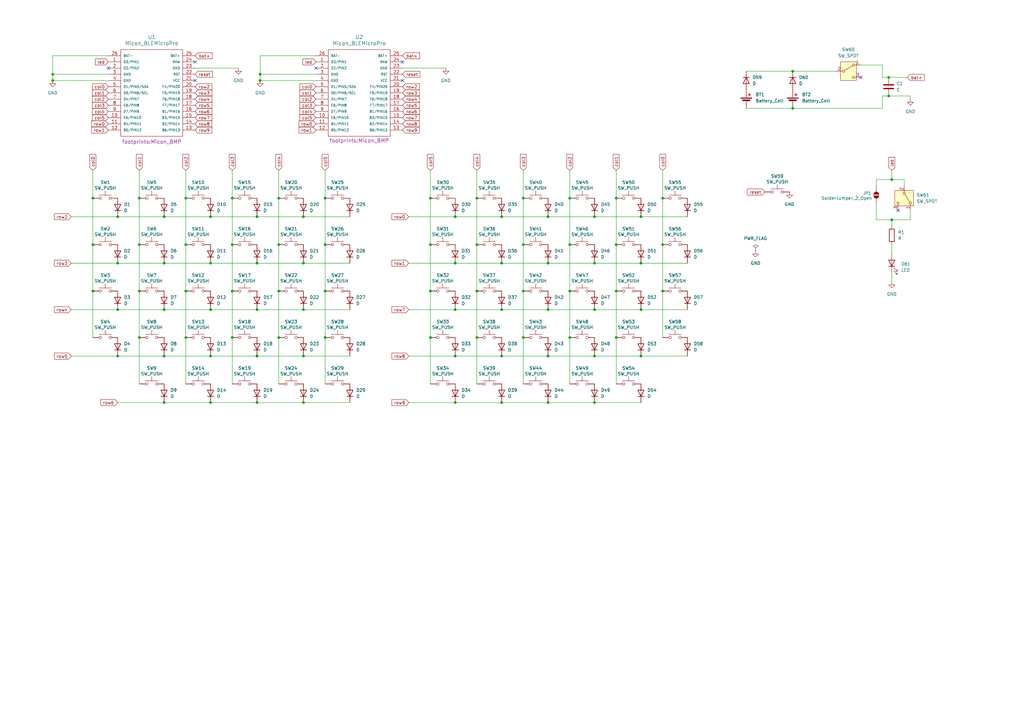
<source format=kicad_sch>
(kicad_sch (version 20250114) (generator "eeschema") (generator_version "9.0")
  (paper "A3")
  (lib_symbols
    (symbol "Battery_Cell_1" (pin_numbers (hide yes)) (pin_names (offset 0) (hide yes))
      (property "Reference" "BT" (at 2.54 2.54 0))
      (property "Value" "Battery_Cell" (at 2.54 0 0))
      (symbol "Battery_Cell_1_1_1"
        (pin passive line (at 0 5.08 270) (length 2.54) (name "+") (number "1"))
        (pin passive line (at 0 -2.54 90) (length 2.54) (name "-") (number "2"))
      )
    )
    (symbol "D_1" (pin_numbers (hide yes)) (pin_names (offset 1.016) (hide yes))
      (property "Reference" "D" (at 0 2.54 0))
      (property "Value" "D" (at 0 -2.54 0))
      (symbol "D_1_1_1"
        (pin passive line (at -3.81 0 0) (length 2.54) (name "K") (number "1"))
        (pin passive line (at 3.81 0 180) (length 2.54) (name "A") (number "2"))
      )
    )
    (symbol "Device:C" (pin_numbers (hide yes)) (pin_names (offset 0.254))
      (property "Reference" "C" (at 0.635 2.54 0))
      (property "Value" "C" (at 0.635 -2.54 0))
      (symbol "C_1_1"
        (pin passive line (at 0 3.81 270) (length 2.794) (name "~") (number "1"))
        (pin passive line (at 0 -3.81 90) (length 2.794) (name "~") (number "2"))
      )
    )
    (symbol "Device:LED" (pin_numbers (hide yes)) (pin_names (offset 1.016) (hide yes))
      (property "Reference" "D" (at 0 2.54 0))
      (property "Value" "LED" (at 0 -2.54 0))
      (symbol "LED_1_1"
        (pin passive line (at -3.81 0 0) (length 2.54) (name "K") (number "1"))
        (pin passive line (at 3.81 0 180) (length 2.54) (name "A") (number "2"))
      )
    )
    (symbol "Device:R" (pin_numbers (hide yes)) (pin_names (offset 0))
      (property "Reference" "R" (at 2.032 0 90))
      (property "Value" "R" (at 0 0 90))
      (symbol "R_1_1"
        (pin passive line (at 0 3.81 270) (length 1.27) (name "~") (number "1"))
        (pin passive line (at 0 -3.81 90) (length 1.27) (name "~") (number "2"))
      )
    )
    (symbol "GND_2" (power) (pin_numbers (hide yes)) (pin_names (offset 0) (hide yes))
      (property "Value" "GND" (at 0 -3.81 0))
      (symbol "GND_2_1_1"
        (pin power_in line (at 0 0 270) (length 0) (name "~") (number "1"))
      )
    )
    (symbol "Jumper:SolderJumper_2_Open" (pin_numbers (hide yes)) (pin_names (offset 0) (hide yes)) (in_bom no)
      (property "Reference" "JP" (at 0 2.032 0))
      (property "Value" "SolderJumper_2_Open" (at 0 -2.54 0))
      (symbol "SolderJumper_2_Open_1_1"
        (pin passive line (at -3.81 0 0) (length 2.54) (name "A") (number "1"))
        (pin passive line (at 3.81 0 180) (length 2.54) (name "B") (number "2"))
      )
    )
    (symbol "Micon_BLEMicroPro_1" (pin_names (offset 1.016))
      (property "Reference" "U" (at 0 26.67 0))
      (property "Value" "Micon_BLEMicroPro" (at 0 -13.97 0))
      (symbol "Micon_BLEMicroPro_1_1_1"
        (pin input line (at -17.78 21.59 0) (length 5.08) (name "BAT-") (number "26"))
        (pin bidirectional line (at -17.78 19.05 0) (length 5.08) (name "D3/PIN1") (number "1"))
        (pin bidirectional line (at -17.78 16.51 0) (length 5.08) (name "D2/PIN2") (number "2"))
        (pin power_in line (at -17.78 13.97 0) (length 5.08) (name "GND") (number "3"))
        (pin power_in line (at -17.78 11.43 0) (length 5.08) (name "GND") (number "4"))
        (pin bidirectional line (at -17.78 8.89 0) (length 5.08) (name "D1/PIN5/SDA") (number "5"))
        (pin bidirectional line (at -17.78 6.35 0) (length 5.08) (name "D0/PIN6/SCL") (number "6"))
        (pin bidirectional line (at -17.78 3.81 0) (length 5.08) (name "D4/PIN7") (number "7"))
        (pin bidirectional line (at -17.78 1.27 0) (length 5.08) (name "C6/PIN8") (number "8"))
        (pin bidirectional line (at -17.78 -1.27 0) (length 5.08) (name "D7/PIN9") (number "9"))
        (pin bidirectional line (at -17.78 -3.81 0) (length 5.08) (name "E6/PIN10") (number "10"))
        (pin bidirectional line (at -17.78 -6.35 0) (length 5.08) (name "B4/PIN11") (number "11"))
        (pin bidirectional line (at -17.78 -8.89 0) (length 5.08) (name "B5/PIN12") (number "12"))
        (pin input line (at 17.78 21.59 180) (length 5.08) (name "BAT+") (number "25"))
        (pin power_out line (at 17.78 19.05 180) (length 5.08) (name "RAW") (number "24"))
        (pin power_in line (at 17.78 16.51 180) (length 5.08) (name "GND") (number "23"))
        (pin input line (at 17.78 13.97 180) (length 5.08) (name "RST") (number "22"))
        (pin power_in line (at 17.78 11.43 180) (length 5.08) (name "VCC") (number "21"))
        (pin bidirectional line (at 17.78 8.89 180) (length 5.08) (name "F4/PIN20") (number "20"))
        (pin bidirectional line (at 17.78 6.35 180) (length 5.08) (name "F5/PIN19") (number "19"))
        (pin bidirectional line (at 17.78 3.81 180) (length 5.08) (name "F6/PIN18") (number "18"))
        (pin bidirectional line (at 17.78 1.27 180) (length 5.08) (name "F7/PIN17") (number "17"))
        (pin bidirectional line (at 17.78 -1.27 180) (length 5.08) (name "B1/PIN16") (number "16"))
        (pin bidirectional line (at 17.78 -3.81 180) (length 5.08) (name "B3/PIN15") (number "15"))
        (pin bidirectional line (at 17.78 -6.35 180) (length 5.08) (name "B2/PIN14") (number "14"))
        (pin bidirectional line (at 17.78 -8.89 180) (length 5.08) (name "B6/PIN13") (number "13"))
      )
    )
    (symbol "PWR_FLAG_1" (power) (pin_numbers (hide yes)) (pin_names (offset 0) (hide yes))
      (property "Value" "PWR_FLAG" (at 0 3.81 0))
      (symbol "PWR_FLAG_1_0_0"
        (pin power_out line (at 0 0 90) (length 0) (name "~") (number "1"))
      )
    )
    (symbol "SW_SPDT_1" (pin_names (offset 0) (hide yes))
      (property "Reference" "SW" (at 0 5.08 0))
      (property "Value" "SW_SPDT" (at 0 -5.08 0))
      (symbol "SW_SPDT_1_1_1"
        (pin passive line (at -5.08 0 0) (length 2.54) (name "B") (number "2"))
        (pin passive line (at 5.08 2.54 180) (length 2.54) (name "A") (number "1"))
        (pin passive line (at 5.08 -2.54 180) (length 2.54) (name "C") (number "3"))
      )
    )
    (symbol "Switch:SW_Push" (pin_numbers (hide yes)) (pin_names (offset 1.016) (hide yes))
      (property "Reference" "SW" (at 1.27 2.54 0))
      (property "Value" "SW_Push" (at 0 -1.524 0))
      (symbol "SW_Push_0_1"
        (pin passive line (at -5.08 0 0) (length 2.54) (name "1") (number "1"))
        (pin passive line (at 5.08 0 180) (length 2.54) (name "2") (number "2"))
      )
    )
  )
  (junction (at 76.2 119.38))
  (junction (at 271.78 119.38))
  (junction (at 243.84 88.9))
  (junction (at 105.41 107.95))
  (junction (at 195.58 119.38))
  (junction (at 105.41 165.1))
  (junction (at 86.36 107.95))
  (junction (at 214.63 100.33))
  (junction (at 186.69 107.95))
  (junction (at 233.68 81.28))
  (junction (at 57.15 100.33))
  (junction (at 106.68 30.48))
  (junction (at 186.69 165.1))
  (junction (at 233.68 100.33))
  (junction (at 195.58 138.43))
  (junction (at 86.36 88.9))
  (junction (at 67.31 127))
  (junction (at 86.36 165.1))
  (junction (at 38.1 119.38))
  (junction (at 205.74 107.95))
  (junction (at 57.15 138.43))
  (junction (at 176.53 100.33))
  (junction (at 86.36 127))
  (junction (at 252.73 138.43))
  (junction (at 114.3 119.38))
  (junction (at 365.76 73.66))
  (junction (at 105.41 146.05))
  (junction (at 262.89 88.9))
  (junction (at 271.78 100.33))
  (junction (at 114.3 138.43))
  (junction (at 95.25 119.38))
  (junction (at 233.68 138.43))
  (junction (at 106.68 33.02))
  (junction (at 133.35 138.43))
  (junction (at 95.25 81.28))
  (junction (at 365.76 90.17))
  (junction (at 38.1 100.33))
  (junction (at 124.46 146.05))
  (junction (at 243.84 127))
  (junction (at 76.2 138.43))
  (junction (at 67.31 107.95))
  (junction (at 176.53 119.38))
  (junction (at 133.35 81.28))
  (junction (at 364.49 39.37))
  (junction (at 214.63 138.43))
  (junction (at 262.89 107.95))
  (junction (at 48.26 107.95))
  (junction (at 114.3 100.33))
  (junction (at 95.25 138.43))
  (junction (at 252.73 81.28))
  (junction (at 262.89 146.05))
  (junction (at 76.2 81.28))
  (junction (at 233.68 119.38))
  (junction (at 224.79 88.9))
  (junction (at 205.74 165.1))
  (junction (at 214.63 119.38))
  (junction (at 214.63 81.28))
  (junction (at 67.31 146.05))
  (junction (at 38.1 81.28))
  (junction (at 243.84 107.95))
  (junction (at 262.89 127))
  (junction (at 21.59 30.48))
  (junction (at 325.12 44.45))
  (junction (at 114.3 81.28))
  (junction (at 252.73 100.33))
  (junction (at 205.74 88.9))
  (junction (at 67.31 88.9))
  (junction (at 252.73 119.38))
  (junction (at 105.41 127))
  (junction (at 124.46 107.95))
  (junction (at 205.74 146.05))
  (junction (at 48.26 146.05))
  (junction (at 195.58 100.33))
  (junction (at 224.79 107.95))
  (junction (at 95.25 100.33))
  (junction (at 21.59 33.02))
  (junction (at 186.69 88.9))
  (junction (at 176.53 81.28))
  (junction (at 195.58 81.28))
  (junction (at 224.79 165.1))
  (junction (at 57.15 81.28))
  (junction (at 133.35 100.33))
  (junction (at 243.84 146.05))
  (junction (at 57.15 119.38))
  (junction (at 224.79 146.05))
  (junction (at 124.46 127))
  (junction (at 48.26 88.9))
  (junction (at 76.2 100.33))
  (junction (at 176.53 138.43))
  (junction (at 325.12 29.21))
  (junction (at 186.69 127))
  (junction (at 205.74 127))
  (junction (at 364.49 31.75))
  (junction (at 224.79 127))
  (junction (at 186.69 146.05))
  (junction (at 133.35 119.38))
  (junction (at 48.26 127))
  (junction (at 271.78 81.28))
  (junction (at 124.46 165.1))
  (junction (at 124.46 88.9))
  (junction (at 105.41 88.9))
  (junction (at 67.31 165.1))
  (junction (at 86.36 146.05))
  (junction (at 243.84 165.1))
  (no_connect (at 353.06 31.75))
  (no_connect (at 80.01 33.02))
  (no_connect (at 165.1 25.4))
  (no_connect (at 368.3 86.36))
  (no_connect (at 165.1 33.02))
  (no_connect (at 44.45 27.94))
  (no_connect (at 80.01 25.4))
  (no_connect (at 129.54 27.94))
  (wire (pts (xy 21.59 30.48) (xy 21.59 33.02)))
  (wire (pts (xy 48.26 165.1) (xy 67.31 165.1)))
  (wire (pts (xy 365.76 100.33) (xy 365.76 104.14)))
  (wire (pts (xy 233.68 119.38) (xy 233.68 138.43)))
  (wire (pts (xy 224.79 127) (xy 243.84 127)))
  (wire (pts (xy 167.64 165.1) (xy 186.69 165.1)))
  (wire (pts (xy 252.73 119.38) (xy 252.73 138.43)))
  (wire (pts (xy 167.64 88.9) (xy 186.69 88.9)))
  (wire (pts (xy 262.89 127) (xy 281.94 127)))
  (wire (pts (xy 29.21 88.9) (xy 48.26 88.9)))
  (wire (pts (xy 114.3 81.28) (xy 114.3 100.33)))
  (wire (pts (xy 76.2 69.85) (xy 76.2 81.28)))
  (wire (pts (xy 21.59 22.86) (xy 21.59 30.48)))
  (wire (pts (xy 365.76 90.17) (xy 359.41 90.17)))
  (wire (pts (xy 48.26 146.05) (xy 67.31 146.05)))
  (wire (pts (xy 29.21 107.95) (xy 48.26 107.95)))
  (wire (pts (xy 167.64 146.05) (xy 186.69 146.05)))
  (wire (pts (xy 195.58 138.43) (xy 195.58 157.48)))
  (wire (pts (xy 243.84 146.05) (xy 262.89 146.05)))
  (wire (pts (xy 38.1 100.33) (xy 38.1 119.38)))
  (wire (pts (xy 57.15 100.33) (xy 57.15 119.38)))
  (wire (pts (xy 205.74 127) (xy 224.79 127)))
  (wire (pts (xy 176.53 138.43) (xy 176.53 157.48)))
  (wire (pts (xy 271.78 81.28) (xy 271.78 100.33)))
  (wire (pts (xy 176.53 81.28) (xy 176.53 100.33)))
  (wire (pts (xy 167.64 107.95) (xy 186.69 107.95)))
  (wire (pts (xy 252.73 100.33) (xy 252.73 119.38)))
  (wire (pts (xy 233.68 100.33) (xy 233.68 119.38)))
  (wire (pts (xy 124.46 107.95) (xy 143.51 107.95)))
  (wire (pts (xy 95.25 69.85) (xy 95.25 81.28)))
  (wire (pts (xy 186.69 88.9) (xy 205.74 88.9)))
  (wire (pts (xy 67.31 165.1) (xy 86.36 165.1)))
  (wire (pts (xy 262.89 107.95) (xy 281.94 107.95)))
  (wire (pts (xy 29.21 127) (xy 48.26 127)))
  (wire (pts (xy 205.74 88.9) (xy 224.79 88.9)))
  (wire (pts (xy 252.73 81.28) (xy 252.73 100.33)))
  (wire (pts (xy 48.26 88.9) (xy 67.31 88.9)))
  (wire (pts (xy 361.95 31.75) (xy 364.49 31.75)))
  (wire (pts (xy 114.3 69.85) (xy 114.3 81.28)))
  (wire (pts (xy 105.41 107.95) (xy 124.46 107.95)))
  (wire (pts (xy 243.84 127) (xy 262.89 127)))
  (wire (pts (xy 133.35 119.38) (xy 133.35 138.43)))
  (wire (pts (xy 86.36 88.9) (xy 105.41 88.9)))
  (wire (pts (xy 95.25 100.33) (xy 95.25 119.38)))
  (wire (pts (xy 133.35 138.43) (xy 133.35 157.48)))
  (wire (pts (xy 214.63 119.38) (xy 214.63 138.43)))
  (wire (pts (xy 21.59 33.02) (xy 44.45 33.02)))
  (wire (pts (xy 205.74 146.05) (xy 224.79 146.05)))
  (wire (pts (xy 176.53 69.85) (xy 176.53 81.28)))
  (wire (pts (xy 133.35 81.28) (xy 133.35 100.33)))
  (wire (pts (xy 306.07 29.21) (xy 325.12 29.21)))
  (wire (pts (xy 124.46 165.1) (xy 143.51 165.1)))
  (wire (pts (xy 129.54 33.02) (xy 106.68 33.02)))
  (wire (pts (xy 57.15 69.85) (xy 57.15 81.28)))
  (wire (pts (xy 361.95 44.45) (xy 361.95 39.37)))
  (wire (pts (xy 205.74 107.95) (xy 224.79 107.95)))
  (wire (pts (xy 186.69 107.95) (xy 205.74 107.95)))
  (wire (pts (xy 233.68 69.85) (xy 233.68 81.28)))
  (wire (pts (xy 106.68 22.86) (xy 106.68 30.48)))
  (wire (pts (xy 262.89 88.9) (xy 281.94 88.9)))
  (wire (pts (xy 129.54 30.48) (xy 106.68 30.48)))
  (wire (pts (xy 95.25 138.43) (xy 95.25 157.48)))
  (wire (pts (xy 353.06 26.67) (xy 361.95 26.67)))
  (wire (pts (xy 224.79 165.1) (xy 243.84 165.1)))
  (wire (pts (xy 205.74 165.1) (xy 224.79 165.1)))
  (wire (pts (xy 370.84 73.66) (xy 370.84 76.2)))
  (wire (pts (xy 97.79 27.94) (xy 80.01 27.94)))
  (wire (pts (xy 224.79 146.05) (xy 243.84 146.05)))
  (wire (pts (xy 95.25 81.28) (xy 95.25 100.33)))
  (wire (pts (xy 361.95 39.37) (xy 364.49 39.37)))
  (wire (pts (xy 38.1 69.85) (xy 38.1 81.28)))
  (wire (pts (xy 114.3 100.33) (xy 114.3 119.38)))
  (wire (pts (xy 195.58 81.28) (xy 195.58 100.33)))
  (wire (pts (xy 38.1 119.38) (xy 38.1 138.43)))
  (wire (pts (xy 373.38 39.37) (xy 373.38 40.64)))
  (wire (pts (xy 365.76 90.17) (xy 365.76 92.71)))
  (wire (pts (xy 224.79 88.9) (xy 243.84 88.9)))
  (wire (pts (xy 129.54 22.86) (xy 106.68 22.86)))
  (wire (pts (xy 252.73 138.43) (xy 252.73 157.48)))
  (wire (pts (xy 48.26 127) (xy 67.31 127)))
  (wire (pts (xy 214.63 100.33) (xy 214.63 119.38)))
  (wire (pts (xy 182.88 27.94) (xy 165.1 27.94)))
  (wire (pts (xy 133.35 100.33) (xy 133.35 119.38)))
  (wire (pts (xy 233.68 81.28) (xy 233.68 100.33)))
  (wire (pts (xy 29.21 146.05) (xy 48.26 146.05)))
  (wire (pts (xy 57.15 81.28) (xy 57.15 100.33)))
  (wire (pts (xy 186.69 146.05) (xy 205.74 146.05)))
  (wire (pts (xy 243.84 88.9) (xy 262.89 88.9)))
  (wire (pts (xy 359.41 73.66) (xy 359.41 76.2)))
  (wire (pts (xy 252.73 69.85) (xy 252.73 81.28)))
  (wire (pts (xy 105.41 127) (xy 124.46 127)))
  (wire (pts (xy 86.36 146.05) (xy 105.41 146.05)))
  (wire (pts (xy 195.58 69.85) (xy 195.58 81.28)))
  (wire (pts (xy 133.35 69.85) (xy 133.35 81.28)))
  (wire (pts (xy 364.49 39.37) (xy 373.38 39.37)))
  (wire (pts (xy 167.64 127) (xy 186.69 127)))
  (wire (pts (xy 365.76 111.76) (xy 365.76 115.57)))
  (wire (pts (xy 361.95 26.67) (xy 361.95 31.75)))
  (wire (pts (xy 38.1 81.28) (xy 38.1 100.33)))
  (wire (pts (xy 365.76 69.85) (xy 365.76 73.66)))
  (wire (pts (xy 176.53 100.33) (xy 176.53 119.38)))
  (wire (pts (xy 48.26 107.95) (xy 67.31 107.95)))
  (wire (pts (xy 44.45 22.86) (xy 21.59 22.86)))
  (wire (pts (xy 57.15 119.38) (xy 57.15 138.43)))
  (wire (pts (xy 365.76 73.66) (xy 370.84 73.66)))
  (wire (pts (xy 67.31 88.9) (xy 86.36 88.9)))
  (wire (pts (xy 86.36 107.95) (xy 105.41 107.95)))
  (wire (pts (xy 233.68 138.43) (xy 233.68 157.48)))
  (wire (pts (xy 57.15 138.43) (xy 57.15 157.48)))
  (wire (pts (xy 325.12 44.45) (xy 361.95 44.45)))
  (wire (pts (xy 105.41 88.9) (xy 124.46 88.9)))
  (wire (pts (xy 124.46 127) (xy 143.51 127)))
  (wire (pts (xy 114.3 119.38) (xy 114.3 138.43)))
  (wire (pts (xy 271.78 69.85) (xy 271.78 81.28)))
  (wire (pts (xy 243.84 165.1) (xy 262.89 165.1)))
  (wire (pts (xy 105.41 146.05) (xy 124.46 146.05)))
  (wire (pts (xy 76.2 119.38) (xy 76.2 138.43)))
  (wire (pts (xy 195.58 119.38) (xy 195.58 138.43)))
  (wire (pts (xy 76.2 138.43) (xy 76.2 157.48)))
  (wire (pts (xy 114.3 138.43) (xy 114.3 157.48)))
  (wire (pts (xy 214.63 69.85) (xy 214.63 81.28)))
  (wire (pts (xy 105.41 165.1) (xy 124.46 165.1)))
  (wire (pts (xy 214.63 81.28) (xy 214.63 100.33)))
  (wire (pts (xy 262.89 146.05) (xy 281.94 146.05)))
  (wire (pts (xy 67.31 107.95) (xy 86.36 107.95)))
  (wire (pts (xy 67.31 146.05) (xy 86.36 146.05)))
  (wire (pts (xy 186.69 165.1) (xy 205.74 165.1)))
  (wire (pts (xy 243.84 107.95) (xy 262.89 107.95)))
  (wire (pts (xy 124.46 146.05) (xy 143.51 146.05)))
  (wire (pts (xy 76.2 100.33) (xy 76.2 119.38)))
  (wire (pts (xy 364.49 31.75) (xy 372.11 31.75)))
  (wire (pts (xy 195.58 100.33) (xy 195.58 119.38)))
  (wire (pts (xy 373.38 90.17) (xy 365.76 90.17)))
  (wire (pts (xy 224.79 107.95) (xy 243.84 107.95)))
  (wire (pts (xy 359.41 83.82) (xy 359.41 90.17)))
  (wire (pts (xy 76.2 81.28) (xy 76.2 100.33)))
  (wire (pts (xy 186.69 127) (xy 205.74 127)))
  (wire (pts (xy 306.07 44.45) (xy 325.12 44.45)))
  (wire (pts (xy 325.12 29.21) (xy 342.9 29.21)))
  (wire (pts (xy 214.63 138.43) (xy 214.63 157.48)))
  (wire (pts (xy 359.41 73.66) (xy 365.76 73.66)))
  (wire (pts (xy 176.53 119.38) (xy 176.53 138.43)))
  (wire (pts (xy 44.45 30.48) (xy 21.59 30.48)))
  (wire (pts (xy 271.78 100.33) (xy 271.78 119.38)))
  (wire (pts (xy 86.36 127) (xy 105.41 127)))
  (wire (pts (xy 106.68 30.48) (xy 106.68 33.02)))
  (wire (pts (xy 124.46 88.9) (xy 143.51 88.9)))
  (wire (pts (xy 86.36 165.1) (xy 105.41 165.1)))
  (wire (pts (xy 271.78 119.38) (xy 271.78 138.43)))
  (wire (pts (xy 67.31 127) (xy 86.36 127)))
  (wire (pts (xy 95.25 119.38) (xy 95.25 138.43)))
  (wire (pts (xy 373.38 86.36) (xy 373.38 90.17)))
  (global_label "row3" (shape input) (at 165.1 38.1 0) (property "Intersheetrefs" "${INTERSHEET_REFS}" (effects (hide yes))))
  (global_label "col3" (shape input) (at 44.45 43.18 180) (property "Intersheetrefs" "${INTERSHEET_REFS}" (effects (hide yes))))
  (global_label "row5" (shape input) (at 165.1 43.18 0) (property "Intersheetrefs" "${INTERSHEET_REFS}" (effects (hide yes))))
  (global_label "row9" (shape input) (at 80.01 53.34 0) (property "Intersheetrefs" "${INTERSHEET_REFS}" (effects (hide yes))))
  (global_label "col4" (shape input) (at 129.54 45.72 180) (property "Intersheetrefs" "${INTERSHEET_REFS}" (effects (hide yes))))
  (global_label "col1" (shape input) (at 129.54 38.1 180) (property "Intersheetrefs" "${INTERSHEET_REFS}" (effects (hide yes))))
  (global_label "row5" (shape input) (at 80.01 43.18 0) (property "Intersheetrefs" "${INTERSHEET_REFS}" (effects (hide yes))))
  (global_label "col2" (shape input) (at 129.54 40.64 180) (property "Intersheetrefs" "${INTERSHEET_REFS}" (effects (hide yes))))
  (global_label "col3" (shape input) (at 95.25 69.85 90) (property "Intersheetrefs" "${INTERSHEET_REFS}" (effects (hide yes))))
  (global_label "col1" (shape input) (at 252.73 69.85 90) (property "Intersheetrefs" "${INTERSHEET_REFS}" (effects (hide yes))))
  (global_label "row9" (shape input) (at 167.64 165.1 180) (property "Intersheetrefs" "${INTERSHEET_REFS}" (effects (hide yes))))
  (global_label "col4" (shape input) (at 44.45 45.72 180) (property "Intersheetrefs" "${INTERSHEET_REFS}" (effects (hide yes))))
  (global_label "row7" (shape input) (at 165.1 48.26 0) (property "Intersheetrefs" "${INTERSHEET_REFS}" (effects (hide yes))))
  (global_label "row1" (shape input) (at 167.64 107.95 180) (property "Intersheetrefs" "${INTERSHEET_REFS}" (effects (hide yes))))
  (global_label "bat+" (shape input) (at 372.11 31.75 0) (property "Intersheetrefs" "${INTERSHEET_REFS}" (effects (hide yes))))
  (global_label "reset" (shape input) (at 313.69 78.74 180) (property "Intersheetrefs" "${INTERSHEET_REFS}" (effects (hide yes))))
  (global_label "row8" (shape input) (at 80.01 50.8 0) (property "Intersheetrefs" "${INTERSHEET_REFS}" (effects (hide yes))))
  (global_label "col4" (shape input) (at 114.3 69.85 90) (property "Intersheetrefs" "${INTERSHEET_REFS}" (effects (hide yes))))
  (global_label "row9" (shape input) (at 165.1 53.34 0) (property "Intersheetrefs" "${INTERSHEET_REFS}" (effects (hide yes))))
  (global_label "row6" (shape input) (at 165.1 45.72 0) (property "Intersheetrefs" "${INTERSHEET_REFS}" (effects (hide yes))))
  (global_label "row2" (shape input) (at 29.21 88.9 180) (property "Intersheetrefs" "${INTERSHEET_REFS}" (effects (hide yes))))
  (global_label "row1" (shape input) (at 44.45 53.34 180) (property "Intersheetrefs" "${INTERSHEET_REFS}" (effects (hide yes))))
  (global_label "row4" (shape input) (at 29.21 127 180) (property "Intersheetrefs" "${INTERSHEET_REFS}" (effects (hide yes))))
  (global_label "col5" (shape input) (at 133.35 69.85 90) (property "Intersheetrefs" "${INTERSHEET_REFS}" (effects (hide yes))))
  (global_label "row8" (shape input) (at 165.1 50.8 0) (property "Intersheetrefs" "${INTERSHEET_REFS}" (effects (hide yes))))
  (global_label "col5" (shape input) (at 44.45 48.26 180) (property "Intersheetrefs" "${INTERSHEET_REFS}" (effects (hide yes))))
  (global_label "row7" (shape input) (at 80.01 48.26 0) (property "Intersheetrefs" "${INTERSHEET_REFS}" (effects (hide yes))))
  (global_label "col5" (shape input) (at 129.54 48.26 180) (property "Intersheetrefs" "${INTERSHEET_REFS}" (effects (hide yes))))
  (global_label "row3" (shape input) (at 29.21 107.95 180) (property "Intersheetrefs" "${INTERSHEET_REFS}" (effects (hide yes))))
  (global_label "col3" (shape input) (at 214.63 69.85 90) (property "Intersheetrefs" "${INTERSHEET_REFS}" (effects (hide yes))))
  (global_label "led" (shape input) (at 44.45 25.4 180) (property "Intersheetrefs" "${INTERSHEET_REFS}" (effects (hide yes))))
  (global_label "row2" (shape input) (at 80.01 35.56 0) (property "Intersheetrefs" "${INTERSHEET_REFS}" (effects (hide yes))))
  (global_label "row4" (shape input) (at 165.1 40.64 0) (property "Intersheetrefs" "${INTERSHEET_REFS}" (effects (hide yes))))
  (global_label "row2" (shape input) (at 165.1 35.56 0) (property "Intersheetrefs" "${INTERSHEET_REFS}" (effects (hide yes))))
  (global_label "row3" (shape input) (at 80.01 38.1 0) (property "Intersheetrefs" "${INTERSHEET_REFS}" (effects (hide yes))))
  (global_label "led" (shape input) (at 365.76 69.85 90) (property "Intersheetrefs" "${INTERSHEET_REFS}" (effects (hide yes))))
  (global_label "col4" (shape input) (at 195.58 69.85 90) (property "Intersheetrefs" "${INTERSHEET_REFS}" (effects (hide yes))))
  (global_label "led" (shape input) (at 129.54 25.4 180) (property "Intersheetrefs" "${INTERSHEET_REFS}" (effects (hide yes))))
  (global_label "row5" (shape input) (at 29.21 146.05 180) (property "Intersheetrefs" "${INTERSHEET_REFS}" (effects (hide yes))))
  (global_label "row0" (shape input) (at 44.45 50.8 180) (property "Intersheetrefs" "${INTERSHEET_REFS}" (effects (hide yes))))
  (global_label "col0" (shape input) (at 129.54 35.56 180) (property "Intersheetrefs" "${INTERSHEET_REFS}" (effects (hide yes))))
  (global_label "bat+" (shape input) (at 80.01 22.86 0) (property "Intersheetrefs" "${INTERSHEET_REFS}" (effects (hide yes))))
  (global_label "row6" (shape input) (at 80.01 45.72 0) (property "Intersheetrefs" "${INTERSHEET_REFS}" (effects (hide yes))))
  (global_label "row7" (shape input) (at 167.64 127 180) (property "Intersheetrefs" "${INTERSHEET_REFS}" (effects (hide yes))))
  (global_label "col0" (shape input) (at 271.78 69.85 90) (property "Intersheetrefs" "${INTERSHEET_REFS}" (effects (hide yes))))
  (global_label "col0" (shape input) (at 38.1 69.85 90) (property "Intersheetrefs" "${INTERSHEET_REFS}" (effects (hide yes))))
  (global_label "col2" (shape input) (at 44.45 40.64 180) (property "Intersheetrefs" "${INTERSHEET_REFS}" (effects (hide yes))))
  (global_label "col3" (shape input) (at 129.54 43.18 180) (property "Intersheetrefs" "${INTERSHEET_REFS}" (effects (hide yes))))
  (global_label "reset" (shape input) (at 80.01 30.48 0) (property "Intersheetrefs" "${INTERSHEET_REFS}" (effects (hide yes))))
  (global_label "col2" (shape input) (at 76.2 69.85 90) (property "Intersheetrefs" "${INTERSHEET_REFS}" (effects (hide yes))))
  (global_label "row0" (shape input) (at 167.64 88.9 180) (property "Intersheetrefs" "${INTERSHEET_REFS}" (effects (hide yes))))
  (global_label "col1" (shape input) (at 57.15 69.85 90) (property "Intersheetrefs" "${INTERSHEET_REFS}" (effects (hide yes))))
  (global_label "col1" (shape input) (at 44.45 38.1 180) (property "Intersheetrefs" "${INTERSHEET_REFS}" (effects (hide yes))))
  (global_label "row6" (shape input) (at 48.26 165.1 180) (property "Intersheetrefs" "${INTERSHEET_REFS}" (effects (hide yes))))
  (global_label "row1" (shape input) (at 129.54 53.34 180) (property "Intersheetrefs" "${INTERSHEET_REFS}" (effects (hide yes))))
  (global_label "row4" (shape input) (at 80.01 40.64 0) (property "Intersheetrefs" "${INTERSHEET_REFS}" (effects (hide yes))))
  (global_label "reset" (shape input) (at 165.1 30.48 0) (property "Intersheetrefs" "${INTERSHEET_REFS}" (effects (hide yes))))
  (global_label "row0" (shape input) (at 129.54 50.8 180) (property "Intersheetrefs" "${INTERSHEET_REFS}" (effects (hide yes))))
  (global_label "row8" (shape input) (at 167.64 146.05 180) (property "Intersheetrefs" "${INTERSHEET_REFS}" (effects (hide yes))))
  (global_label "col5" (shape input) (at 176.53 69.85 90) (property "Intersheetrefs" "${INTERSHEET_REFS}" (effects (hide yes))))
  (global_label "col2" (shape input) (at 233.68 69.85 90) (property "Intersheetrefs" "${INTERSHEET_REFS}" (effects (hide yes))))
  (global_label "bat+" (shape input) (at 165.1 22.86 0) (property "Intersheetrefs" "${INTERSHEET_REFS}" (effects (hide yes))))
  (global_label "col0" (shape input) (at 44.45 35.56 180) (property "Intersheetrefs" "${INTERSHEET_REFS}" (effects (hide yes))))
  (symbol (lib_id "Switch:SW_Push") (at 62.23 81.28 0) (unit 1)
    (property "Reference" "SW5" (at 62.23 74.803 0))
    (property "Value" "SW_PUSH" (at 62.23 77.1144 0))
    (property "Footprint" "footprints:Choc_Hotswap_1u" (effects (hide yes)))
  )
  (symbol (lib_id "Switch:SW_Push") (at 43.18 81.28 0) (unit 1)
    (property "Reference" "SW1" (at 43.18 74.803 0))
    (property "Value" "SW_PUSH" (at 43.18 77.1144 0))
    (property "Footprint" "footprints:Choc_Hotswap_1u_Small" (effects (hide yes)))
  )
  (symbol (lib_id "Switch:SW_Push") (at 43.18 100.33 0) (unit 1)
    (property "Reference" "SW2" (at 43.18 93.853 0))
    (property "Value" "SW_PUSH" (at 43.18 96.1644 0))
    (property "Footprint" "footprints:Choc_Hotswap_1u_Small" (effects (hide yes)))
  )
  (symbol (lib_id "Switch:SW_Push") (at 62.23 100.33 0) (unit 1)
    (property "Reference" "SW6" (at 62.23 93.853 0))
    (property "Value" "SW_PUSH" (at 62.23 96.1644 0))
    (property "Footprint" "footprints:Choc_Hotswap_1u" (effects (hide yes)))
  )
  (symbol (lib_id "Switch:SW_Push") (at 100.33 81.28 0) (unit 1)
    (property "Reference" "SW15" (at 100.33 74.803 0))
    (property "Value" "SW_PUSH" (at 100.33 77.1144 0))
    (property "Footprint" "footprints:Choc_Hotswap_1u" (effects (hide yes)))
  )
  (symbol (lib_id "Switch:SW_Push") (at 119.38 81.28 0) (unit 1)
    (property "Reference" "SW20" (at 119.38 74.803 0))
    (property "Value" "SW_PUSH" (at 119.38 77.1144 0))
    (property "Footprint" "footprints:Choc_Hotswap_1u" (effects (hide yes)))
  )
  (symbol (lib_id "Switch:SW_Push") (at 138.43 81.28 0) (unit 1)
    (property "Reference" "SW25" (at 138.43 74.803 0))
    (property "Value" "SW_PUSH" (at 138.43 77.1144 0))
    (property "Footprint" "footprints:Choc_Hotswap_1u" (effects (hide yes)))
  )
  (symbol (lib_id "Switch:SW_Push") (at 81.28 81.28 0) (unit 1)
    (property "Reference" "SW10" (at 81.28 74.803 0))
    (property "Value" "SW_PUSH" (at 81.28 77.1144 0))
    (property "Footprint" "footprints:Choc_Hotswap_1u" (effects (hide yes)))
  )
  (symbol (lib_id "Switch:SW_Push") (at 100.33 119.38 0) (unit 1)
    (property "Reference" "SW17" (at 100.33 112.903 0))
    (property "Value" "SW_PUSH" (at 100.33 115.2144 0))
    (property "Footprint" "footprints:Choc_Hotswap_1u" (effects (hide yes)))
  )
  (symbol (lib_id "Switch:SW_Push") (at 100.33 100.33 0) (unit 1)
    (property "Reference" "SW16" (at 100.33 93.853 0))
    (property "Value" "SW_PUSH" (at 100.33 96.1644 0))
    (property "Footprint" "footprints:Choc_Hotswap_1u" (effects (hide yes)))
  )
  (symbol (lib_id "Switch:SW_Push") (at 119.38 100.33 0) (unit 1)
    (property "Reference" "SW21" (at 119.38 93.853 0))
    (property "Value" "SW_PUSH" (at 119.38 96.1644 0))
    (property "Footprint" "footprints:Choc_Hotswap_1u" (effects (hide yes)))
  )
  (symbol (lib_id "Switch:SW_Push") (at 138.43 100.33 0) (unit 1)
    (property "Reference" "SW26" (at 138.43 93.853 0))
    (property "Value" "SW_PUSH" (at 138.43 96.1644 0))
    (property "Footprint" "footprints:Choc_Hotswap_1u" (effects (hide yes)))
  )
  (symbol (lib_id "Switch:SW_Push") (at 81.28 100.33 0) (unit 1)
    (property "Reference" "SW11" (at 81.28 93.853 0))
    (property "Value" "SW_PUSH" (at 81.28 96.1644 0))
    (property "Footprint" "footprints:Choc_Hotswap_1u" (effects (hide yes)))
  )
  (symbol (lib_id "Switch:SW_Push") (at 43.18 119.38 0) (unit 1)
    (property "Reference" "SW3" (at 43.18 112.903 0))
    (property "Value" "SW_PUSH" (at 43.18 115.2144 0))
    (property "Footprint" "footprints:Choc_Hotswap_1u_Small" (effects (hide yes)))
  )
  (symbol (lib_id "Switch:SW_Push") (at 43.18 138.43 0) (unit 1)
    (property "Reference" "SW4" (at 43.18 131.953 0))
    (property "Value" "SW_PUSH" (at 43.18 134.2644 0))
    (property "Footprint" "footprints:Choc_Hotswap_1u_Small" (effects (hide yes)))
  )
  (symbol (lib_id "Switch:SW_Push") (at 62.23 119.38 0) (unit 1)
    (property "Reference" "SW7" (at 62.23 112.903 0))
    (property "Value" "SW_PUSH" (at 62.23 115.2144 0))
    (property "Footprint" "footprints:Choc_Hotswap_1u" (effects (hide yes)))
  )
  (symbol (lib_id "Switch:SW_Push") (at 62.23 138.43 0) (unit 1)
    (property "Reference" "SW8" (at 62.23 131.953 0))
    (property "Value" "SW_PUSH" (at 62.23 134.2644 0))
    (property "Footprint" "footprints:Choc_Hotswap_1u" (effects (hide yes)))
  )
  (symbol (lib_id "Switch:SW_Push") (at 81.28 119.38 0) (unit 1)
    (property "Reference" "SW12" (at 81.28 112.903 0))
    (property "Value" "SW_PUSH" (at 81.28 115.2144 0))
    (property "Footprint" "footprints:Choc_Hotswap_1u" (effects (hide yes)))
  )
  (symbol (lib_id "Switch:SW_Push") (at 81.28 138.43 0) (unit 1)
    (property "Reference" "SW13" (at 81.28 131.953 0))
    (property "Value" "SW_PUSH" (at 81.28 134.2644 0))
    (property "Footprint" "footprints:Choc_Hotswap_1u" (effects (hide yes)))
  )
  (symbol (lib_id "Switch:SW_Push") (at 100.33 138.43 0) (unit 1)
    (property "Reference" "SW18" (at 100.33 131.953 0))
    (property "Value" "SW_PUSH" (at 100.33 134.2644 0))
    (property "Footprint" "footprints:Choc_Hotswap_1u" (effects (hide yes)))
  )
  (symbol (lib_id "Switch:SW_Push") (at 119.38 138.43 0) (unit 1)
    (property "Reference" "SW23" (at 119.38 131.953 0))
    (property "Value" "SW_PUSH" (at 119.38 134.2644 0))
    (property "Footprint" "footprints:Choc_Hotswap_1u" (effects (hide yes)))
  )
  (symbol (lib_id "Switch:SW_Push") (at 138.43 138.43 0) (unit 1)
    (property "Reference" "SW28" (at 138.43 131.953 0))
    (property "Value" "SW_PUSH" (at 138.43 134.2644 0))
    (property "Footprint" "footprints:Choc_Hotswap_1u" (effects (hide yes)))
  )
  (symbol (lib_id "Switch:SW_Push") (at 119.38 119.38 0) (unit 1)
    (property "Reference" "SW22" (at 119.38 112.903 0))
    (property "Value" "SW_PUSH" (at 119.38 115.2144 0))
    (property "Footprint" "footprints:Choc_Hotswap_1u" (effects (hide yes)))
  )
  (symbol (lib_id "Switch:SW_Push") (at 138.43 119.38 0) (unit 1)
    (property "Reference" "SW27" (at 138.43 112.903 0))
    (property "Value" "SW_PUSH" (at 138.43 115.2144 0))
    (property "Footprint" "footprints:Choc_Hotswap_1u" (effects (hide yes)))
  )
  (symbol (lib_id "Switch:SW_Push") (at 81.28 157.48 0) (unit 1)
    (property "Reference" "SW14" (at 81.28 151.003 0))
    (property "Value" "SW_PUSH" (at 81.28 153.3144 0))
    (property "Footprint" "footprints:Choc_Hotswap_1u" (effects (hide yes)))
  )
  (symbol (lib_id "Switch:SW_Push") (at 100.33 157.48 0) (unit 1)
    (property "Reference" "SW19" (at 100.33 151.003 0))
    (property "Value" "SW_PUSH" (at 100.33 153.3144 0))
    (property "Footprint" "footprints:Choc_Hotswap_1u" (effects (hide yes)))
  )
  (symbol (lib_id "Switch:SW_Push") (at 138.43 157.48 0) (unit 1)
    (property "Reference" "SW29" (at 138.43 151.003 0))
    (property "Value" "SW_PUSH" (at 138.43 153.3144 0))
    (property "Footprint" "footprints:Choc_Hotswap_1.25u" (effects (hide yes)))
  )
  (symbol (lib_id "Switch:SW_Push") (at 119.38 157.48 0) (unit 1)
    (property "Reference" "SW24" (at 119.38 151.003 0))
    (property "Value" "SW_PUSH" (at 119.38 153.3144 0))
    (property "Footprint" "footprints:Choc_Hotswap_1.25u" (effects (hide yes)))
  )
  (symbol (lib_id "Switch:SW_Push") (at 318.77 78.74 0) (unit 1)
    (property "Reference" "SW59" (at 318.77 72.263 0))
    (property "Value" "SW_PUSH" (at 318.77 74.5744 0))
    (property "Footprint" "kbd_Parts:ResetSW" (effects (hide yes)))
  )
  (symbol (lib_name "D_1") (lib_id "Device:D") (at 105.41 104.14 90) (unit 1)
    (property "Reference" "D16" (at 107.95 102.8699 90) (effects (justify right)))
    (property "Value" "D" (at 107.95 105.4099 90) (effects (justify right)))
    (property "Footprint" "kbd_Parts:Diode_SMD" (effects (hide yes)))
    (property "Description" "Diode" (effects (hide yes)))
    (property "Sim.Device" "D" (effects (hide yes)))
    (property "Sim.Pins" "1=K 2=A" (effects (hide yes)))
  )
  (symbol (lib_id "Switch:SW_Push") (at 200.66 81.28 0) (unit 1)
    (property "Reference" "SW35" (at 200.66 74.803 0))
    (property "Value" "SW_PUSH" (at 200.66 77.1144 0))
    (property "Footprint" "footprints:Choc_Hotswap_1u" (effects (hide yes)))
  )
  (symbol (lib_name "D_1") (lib_id "Device:D") (at 105.41 161.29 90) (unit 1)
    (property "Reference" "D19" (at 107.95 160.0199 90) (effects (justify right)))
    (property "Value" "D" (at 107.95 162.5599 90) (effects (justify right)))
    (property "Footprint" "kbd_Parts:Diode_SMD" (effects (hide yes)))
    (property "Description" "Diode" (effects (hide yes)))
    (property "Sim.Device" "D" (effects (hide yes)))
    (property "Sim.Pins" "1=K 2=A" (effects (hide yes)))
  )
  (symbol (lib_name "D_1") (lib_id "Device:D") (at 124.46 85.09 90) (unit 1)
    (property "Reference" "D20" (at 127 83.8199 90) (effects (justify right)))
    (property "Value" "D" (at 127 86.3599 90) (effects (justify right)))
    (property "Footprint" "kbd_Parts:Diode_SMD" (effects (hide yes)))
    (property "Description" "Diode" (effects (hide yes)))
    (property "Sim.Device" "D" (effects (hide yes)))
    (property "Sim.Pins" "1=K 2=A" (effects (hide yes)))
  )
  (symbol (lib_id "Switch:SW_Push") (at 238.76 138.43 0) (unit 1)
    (property "Reference" "SW48" (at 238.76 131.953 0))
    (property "Value" "SW_PUSH" (at 238.76 134.2644 0))
    (property "Footprint" "footprints:Choc_Hotswap_1u" (effects (hide yes)))
  )
  (symbol (lib_id "Switch:SW_Push") (at 219.71 100.33 0) (unit 1)
    (property "Reference" "SW41" (at 219.71 93.853 0))
    (property "Value" "SW_PUSH" (at 219.71 96.1644 0))
    (property "Footprint" "footprints:Choc_Hotswap_1u" (effects (hide yes)))
  )
  (symbol (lib_name "D_1") (lib_id "Device:D") (at 224.79 104.14 90) (unit 1)
    (property "Reference" "D41" (at 227.33 102.8699 90) (effects (justify right)))
    (property "Value" "D" (at 227.33 105.4099 90) (effects (justify right)))
    (property "Footprint" "kbd_Parts:Diode_SMD" (effects (hide yes)))
    (property "Description" "Diode" (effects (hide yes)))
    (property "Sim.Device" "D" (effects (hide yes)))
    (property "Sim.Pins" "1=K 2=A" (effects (hide yes)))
  )
  (symbol (lib_id "Switch:SW_Push") (at 238.76 81.28 0) (unit 1)
    (property "Reference" "SW45" (at 238.76 74.803 0))
    (property "Value" "SW_PUSH" (at 238.76 77.1144 0))
    (property "Footprint" "footprints:Choc_Hotswap_1u" (effects (hide yes)))
  )
  (symbol (lib_name "GND_2") (lib_id "power:GND") (at 323.85 78.74 0) (unit 1)
    (property "Reference" "#PWR09" (effects (hide yes)))
    (property "Value" "GND" (at 323.85 83.82 0))
    (property "Description" "Power symbol creates a global label with name \"GND\" , ground" (effects (hide yes)))
  )
  (symbol (lib_id "Jumper:SolderJumper_2_Open") (at 359.41 80.01 90) (unit 1) (in_bom no)
    (property "Reference" "JP1" (at 353.822 79.248 90) (effects (justify right)))
    (property "Value" "SolderJumper_2_Open" (at 336.804 81.28 90) (effects (justify right)))
    (property "Footprint" "Jumper:SolderJumper-2_P1.3mm_Bridged_RoundedPad1.0x1.5mm" (effects (hide yes)))
    (property "Description" "Solder Jumper, 2-pole, open" (effects (hide yes)))
  )
  (symbol (lib_name "D_1") (lib_id "Device:D") (at 105.41 142.24 90) (unit 1)
    (property "Reference" "D18" (at 107.95 140.9699 90) (effects (justify right)))
    (property "Value" "D" (at 107.95 143.5099 90) (effects (justify right)))
    (property "Footprint" "kbd_Parts:Diode_SMD" (effects (hide yes)))
    (property "Description" "Diode" (effects (hide yes)))
    (property "Sim.Device" "D" (effects (hide yes)))
    (property "Sim.Pins" "1=K 2=A" (effects (hide yes)))
  )
  (symbol (lib_id "Switch:SW_Push") (at 257.81 100.33 0) (unit 1)
    (property "Reference" "SW51" (at 257.81 93.853 0))
    (property "Value" "SW_PUSH" (at 257.81 96.1644 0))
    (property "Footprint" "footprints:Choc_Hotswap_1u" (effects (hide yes)))
  )
  (symbol (lib_name "D_1") (lib_id "Device:D") (at 48.26 123.19 90) (unit 1)
    (property "Reference" "D3" (at 50.8 121.9199 90) (effects (justify right)))
    (property "Value" "D" (at 50.8 124.4599 90) (effects (justify right)))
    (property "Footprint" "kbd_Parts:Diode_SMD" (effects (hide yes)))
    (property "Description" "Diode" (effects (hide yes)))
    (property "Sim.Device" "D" (effects (hide yes)))
    (property "Sim.Pins" "1=K 2=A" (effects (hide yes)))
  )
  (symbol (lib_id "Device:R") (at 365.76 96.52 0) (unit 1)
    (property "Reference" "R1" (at 368.3 95.2499 0) (effects (justify left)))
    (property "Value" "R" (at 368.3 97.7899 0) (effects (justify left)))
    (property "Footprint" "Resistor_THT:R_Axial_DIN0204_L3.6mm_D1.6mm_P1.90mm_Vertical" (effects (hide yes)))
    (property "Description" "Resistor" (effects (hide yes)))
  )
  (symbol (lib_name "D_1") (lib_id "Device:D") (at 124.46 123.19 90) (unit 1)
    (property "Reference" "D22" (at 127 121.9199 90) (effects (justify right)))
    (property "Value" "D" (at 127 124.4599 90) (effects (justify right)))
    (property "Footprint" "kbd_Parts:Diode_SMD" (effects (hide yes)))
    (property "Description" "Diode" (effects (hide yes)))
    (property "Sim.Device" "D" (effects (hide yes)))
    (property "Sim.Pins" "1=K 2=A" (effects (hide yes)))
  )
  (symbol (lib_name "D_1") (lib_id "Device:D") (at 143.51 161.29 90) (unit 1)
    (property "Reference" "D29" (at 146.05 160.0199 90) (effects (justify right)))
    (property "Value" "D" (at 146.05 162.5599 90) (effects (justify right)))
    (property "Footprint" "kbd_Parts:Diode_SMD" (effects (hide yes)))
    (property "Description" "Diode" (effects (hide yes)))
    (property "Sim.Device" "D" (effects (hide yes)))
    (property "Sim.Pins" "1=K 2=A" (effects (hide yes)))
  )
  (symbol (lib_name "D_1") (lib_id "Device:D") (at 205.74 161.29 90) (unit 1)
    (property "Reference" "D39" (at 208.28 160.0199 90) (effects (justify right)))
    (property "Value" "D" (at 208.28 162.5599 90) (effects (justify right)))
    (property "Footprint" "kbd_Parts:Diode_SMD" (effects (hide yes)))
    (property "Description" "Diode" (effects (hide yes)))
    (property "Sim.Device" "D" (effects (hide yes)))
    (property "Sim.Pins" "1=K 2=A" (effects (hide yes)))
  )
  (symbol (lib_name "GND_2") (lib_id "power:GND") (at 365.76 115.57 0) (unit 1)
    (property "Reference" "#PWR010" (effects (hide yes)))
    (property "Value" "GND" (at 365.76 120.65 0))
    (property "Description" "Power symbol creates a global label with name \"GND\" , ground" (effects (hide yes)))
  )
  (symbol (lib_id "Switch:SW_Push") (at 257.81 157.48 0) (unit 1)
    (property "Reference" "SW54" (at 257.81 151.003 0))
    (property "Value" "SW_PUSH" (at 257.81 153.3144 0))
    (property "Footprint" "footprints:Choc_Hotswap_1u" (effects (hide yes)))
  )
  (symbol (lib_name "Battery_Cell_1") (lib_id "Device:Battery_Cell") (at 325.12 41.91 0) (unit 1)
    (property "Reference" "BT2" (at 328.93 38.7984 0) (effects (justify left)))
    (property "Value" "Battery_Cell" (at 328.93 41.3384 0) (effects (justify left)))
    (property "Footprint" "footprints:HU1632" (effects (hide yes)))
    (property "Description" "Single-cell battery" (effects (hide yes)))
  )
  (symbol (lib_name "D_1") (lib_id "Device:D") (at 186.69 85.09 90) (unit 1)
    (property "Reference" "D30" (at 189.23 83.8199 90) (effects (justify right)))
    (property "Value" "D" (at 189.23 86.3599 90) (effects (justify right)))
    (property "Footprint" "kbd_Parts:Diode_SMD" (effects (hide yes)))
    (property "Description" "Diode" (effects (hide yes)))
    (property "Sim.Device" "D" (effects (hide yes)))
    (property "Sim.Pins" "1=K 2=A" (effects (hide yes)))
  )
  (symbol (lib_name "D_1") (lib_id "Device:D") (at 67.31 104.14 90) (unit 1)
    (property "Reference" "D6" (at 69.85 102.8699 90) (effects (justify right)))
    (property "Value" "D" (at 69.85 105.4099 90) (effects (justify right)))
    (property "Footprint" "kbd_Parts:Diode_SMD" (effects (hide yes)))
    (property "Description" "Diode" (effects (hide yes)))
    (property "Sim.Device" "D" (effects (hide yes)))
    (property "Sim.Pins" "1=K 2=A" (effects (hide yes)))
  )
  (symbol (lib_id "Switch:SW_Push") (at 257.81 119.38 0) (unit 1)
    (property "Reference" "SW52" (at 257.81 112.903 0))
    (property "Value" "SW_PUSH" (at 257.81 115.2144 0))
    (property "Footprint" "footprints:Choc_Hotswap_1u" (effects (hide yes)))
  )
  (symbol (lib_name "D_1") (lib_id "Device:D") (at 224.79 85.09 90) (unit 1)
    (property "Reference" "D40" (at 227.33 83.8199 90) (effects (justify right)))
    (property "Value" "D" (at 227.33 86.3599 90) (effects (justify right)))
    (property "Footprint" "kbd_Parts:Diode_SMD" (effects (hide yes)))
    (property "Description" "Diode" (effects (hide yes)))
    (property "Sim.Device" "D" (effects (hide yes)))
    (property "Sim.Pins" "1=K 2=A" (effects (hide yes)))
  )
  (symbol (lib_name "D_1") (lib_id "Device:D") (at 243.84 123.19 90) (unit 1)
    (property "Reference" "D47" (at 246.38 121.9199 90) (effects (justify right)))
    (property "Value" "D" (at 246.38 124.4599 90) (effects (justify right)))
    (property "Footprint" "kbd_Parts:Diode_SMD" (effects (hide yes)))
    (property "Description" "Diode" (effects (hide yes)))
    (property "Sim.Device" "D" (effects (hide yes)))
    (property "Sim.Pins" "1=K 2=A" (effects (hide yes)))
  )
  (symbol (lib_name "D_1") (lib_id "Device:D") (at 224.79 161.29 90) (unit 1)
    (property "Reference" "D44" (at 227.33 160.0199 90) (effects (justify right)))
    (property "Value" "D" (at 227.33 162.5599 90) (effects (justify right)))
    (property "Footprint" "kbd_Parts:Diode_SMD" (effects (hide yes)))
    (property "Description" "Diode" (effects (hide yes)))
    (property "Sim.Device" "D" (effects (hide yes)))
    (property "Sim.Pins" "1=K 2=A" (effects (hide yes)))
  )
  (symbol (lib_name "GND_2") (lib_id "power:GND") (at 373.38 40.64 0) (unit 1)
    (property "Reference" "#PWR011" (effects (hide yes)))
    (property "Value" "GND" (at 373.38 45.72 0))
    (property "Description" "Power symbol creates a global label with name \"GND\" , ground" (effects (hide yes)))
  )
  (symbol (lib_name "D_1") (lib_id "Device:D") (at 105.41 85.09 90) (unit 1)
    (property "Reference" "D15" (at 107.95 83.8199 90) (effects (justify right)))
    (property "Value" "D" (at 107.95 86.3599 90) (effects (justify right)))
    (property "Footprint" "kbd_Parts:Diode_SMD" (effects (hide yes)))
    (property "Description" "Diode" (effects (hide yes)))
    (property "Sim.Device" "D" (effects (hide yes)))
    (property "Sim.Pins" "1=K 2=A" (effects (hide yes)))
  )
  (symbol (lib_name "D_1") (lib_id "Device:D") (at 86.36 104.14 90) (unit 1)
    (property "Reference" "D11" (at 88.9 102.8699 90) (effects (justify right)))
    (property "Value" "D" (at 88.9 105.4099 90) (effects (justify right)))
    (property "Footprint" "kbd_Parts:Diode_SMD" (effects (hide yes)))
    (property "Description" "Diode" (effects (hide yes)))
    (property "Sim.Device" "D" (effects (hide yes)))
    (property "Sim.Pins" "1=K 2=A" (effects (hide yes)))
  )
  (symbol (lib_id "Switch:SW_Push") (at 181.61 157.48 0) (unit 1)
    (property "Reference" "SW34" (at 181.61 151.003 0))
    (property "Value" "SW_PUSH" (at 181.61 153.3144 0))
    (property "Footprint" "footprints:Choc_Hotswap_1.25u" (effects (hide yes)))
  )
  (symbol (lib_name "D_1") (lib_id "Device:D") (at 67.31 142.24 90) (unit 1)
    (property "Reference" "D8" (at 69.85 140.9699 90) (effects (justify right)))
    (property "Value" "D" (at 69.85 143.5099 90) (effects (justify right)))
    (property "Footprint" "kbd_Parts:Diode_SMD" (effects (hide yes)))
    (property "Description" "Diode" (effects (hide yes)))
    (property "Sim.Device" "D" (effects (hide yes)))
    (property "Sim.Pins" "1=K 2=A" (effects (hide yes)))
  )
  (symbol (lib_name "D_1") (lib_id "Device:D") (at 243.84 104.14 90) (unit 1)
    (property "Reference" "D46" (at 246.38 102.8699 90) (effects (justify right)))
    (property "Value" "D" (at 246.38 105.4099 90) (effects (justify right)))
    (property "Footprint" "kbd_Parts:Diode_SMD" (effects (hide yes)))
    (property "Description" "Diode" (effects (hide yes)))
    (property "Sim.Device" "D" (effects (hide yes)))
    (property "Sim.Pins" "1=K 2=A" (effects (hide yes)))
  )
  (symbol (lib_name "D_1") (lib_id "Device:D") (at 67.31 85.09 90) (unit 1)
    (property "Reference" "D5" (at 69.85 83.8199 90) (effects (justify right)))
    (property "Value" "D" (at 69.85 86.3599 90) (effects (justify right)))
    (property "Footprint" "kbd_Parts:Diode_SMD" (effects (hide yes)))
    (property "Description" "Diode" (effects (hide yes)))
    (property "Sim.Device" "D" (effects (hide yes)))
    (property "Sim.Pins" "1=K 2=A" (effects (hide yes)))
  )
  (symbol (lib_name "D_1") (lib_id "Device:D") (at 48.26 104.14 90) (unit 1)
    (property "Reference" "D2" (at 50.8 102.8699 90) (effects (justify right)))
    (property "Value" "D" (at 50.8 105.4099 90) (effects (justify right)))
    (property "Footprint" "kbd_Parts:Diode_SMD" (effects (hide yes)))
    (property "Description" "Diode" (effects (hide yes)))
    (property "Sim.Device" "D" (effects (hide yes)))
    (property "Sim.Pins" "1=K 2=A" (effects (hide yes)))
  )
  (symbol (lib_name "Micon_BLEMicroPro_1") (lib_id "Salicylic_kbd:Micon_BLEMicroPro") (at 147.32 44.45 0) (unit 1)
    (property "Reference" "U2" (at 147.32 15.24 0) (effects (font (size 1.524 1.524))))
    (property "Value" "Micon_BLEMicroPro" (at 147.32 17.78 0) (effects (font (size 1.524 1.524))))
    (property "Footprint" "footprints:Micon_BMP" (at 147.32 57.658 0) (effects (font (size 1.524 1.524))))
  )
  (symbol (lib_name "D_1") (lib_id "Device:D") (at 67.31 123.19 90) (unit 1)
    (property "Reference" "D7" (at 69.85 121.9199 90) (effects (justify right)))
    (property "Value" "D" (at 69.85 124.4599 90) (effects (justify right)))
    (property "Footprint" "kbd_Parts:Diode_SMD" (effects (hide yes)))
    (property "Description" "Diode" (effects (hide yes)))
    (property "Sim.Device" "D" (effects (hide yes)))
    (property "Sim.Pins" "1=K 2=A" (effects (hide yes)))
  )
  (symbol (lib_name "SW_SPDT_1") (lib_id "Switch:SW_SPDT") (at 370.84 81.28 270) (unit 1)
    (property "Reference" "SW61" (at 375.92 80.0099 90) (effects (justify left)))
    (property "Value" "SW_SPDT" (at 375.92 82.5499 90) (effects (justify left)))
    (property "Footprint" "footprints:SS-12D00G3" (effects (hide yes)))
    (property "Description" "Switch, single pole double throw" (effects (hide yes)))
  )
  (symbol (lib_name "D_1") (lib_id "Device:D") (at 205.74 142.24 90) (unit 1)
    (property "Reference" "D38" (at 208.28 140.9699 90) (effects (justify right)))
    (property "Value" "D" (at 208.28 143.5099 90) (effects (justify right)))
    (property "Footprint" "kbd_Parts:Diode_SMD" (effects (hide yes)))
    (property "Description" "Diode" (effects (hide yes)))
    (property "Sim.Device" "D" (effects (hide yes)))
    (property "Sim.Pins" "1=K 2=A" (effects (hide yes)))
  )
  (symbol (lib_name "D_1") (lib_id "Device:D") (at 262.89 142.24 90) (unit 1)
    (property "Reference" "D53" (at 265.43 140.9699 90) (effects (justify right)))
    (property "Value" "D" (at 265.43 143.5099 90) (effects (justify right)))
    (property "Footprint" "kbd_Parts:Diode_SMD" (effects (hide yes)))
    (property "Description" "Diode" (effects (hide yes)))
    (property "Sim.Device" "D" (effects (hide yes)))
    (property "Sim.Pins" "1=K 2=A" (effects (hide yes)))
  )
  (symbol (lib_id "Switch:SW_Push") (at 200.66 119.38 0) (unit 1)
    (property "Reference" "SW37" (at 200.66 112.903 0))
    (property "Value" "SW_PUSH" (at 200.66 115.2144 0))
    (property "Footprint" "footprints:Choc_Hotswap_1u" (effects (hide yes)))
  )
  (symbol (lib_id "Switch:SW_Push") (at 276.86 100.33 0) (unit 1)
    (property "Reference" "SW56" (at 276.86 93.853 0))
    (property "Value" "SW_PUSH" (at 276.86 96.1644 0))
    (property "Footprint" "footprints:Choc_Hotswap_1u" (effects (hide yes)))
  )
  (symbol (lib_name "D_1") (lib_id "Device:D") (at 86.36 85.09 90) (unit 1)
    (property "Reference" "D10" (at 88.9 83.8199 90) (effects (justify right)))
    (property "Value" "D" (at 88.9 86.3599 90) (effects (justify right)))
    (property "Footprint" "kbd_Parts:Diode_SMD" (effects (hide yes)))
    (property "Description" "Diode" (effects (hide yes)))
    (property "Sim.Device" "D" (effects (hide yes)))
    (property "Sim.Pins" "1=K 2=A" (effects (hide yes)))
  )
  (symbol (lib_name "D_1") (lib_id "Device:D") (at 262.89 104.14 90) (unit 1)
    (property "Reference" "D51" (at 265.43 102.8699 90) (effects (justify right)))
    (property "Value" "D" (at 265.43 105.4099 90) (effects (justify right)))
    (property "Footprint" "kbd_Parts:Diode_SMD" (effects (hide yes)))
    (property "Description" "Diode" (effects (hide yes)))
    (property "Sim.Device" "D" (effects (hide yes)))
    (property "Sim.Pins" "1=K 2=A" (effects (hide yes)))
  )
  (symbol (lib_id "Switch:SW_Push") (at 219.71 119.38 0) (unit 1)
    (property "Reference" "SW42" (at 219.71 112.903 0))
    (property "Value" "SW_PUSH" (at 219.71 115.2144 0))
    (property "Footprint" "footprints:Choc_Hotswap_1u" (effects (hide yes)))
  )
  (symbol (lib_name "D_1") (lib_id "Device:D") (at 124.46 142.24 90) (unit 1)
    (property "Reference" "D23" (at 127 140.9699 90) (effects (justify right)))
    (property "Value" "D" (at 127 143.5099 90) (effects (justify right)))
    (property "Footprint" "kbd_Parts:Diode_SMD" (effects (hide yes)))
    (property "Description" "Diode" (effects (hide yes)))
    (property "Sim.Device" "D" (effects (hide yes)))
    (property "Sim.Pins" "1=K 2=A" (effects (hide yes)))
  )
  (symbol (lib_id "Switch:SW_Push") (at 257.81 81.28 0) (unit 1)
    (property "Reference" "SW50" (at 257.81 74.803 0))
    (property "Value" "SW_PUSH" (at 257.81 77.1144 0))
    (property "Footprint" "footprints:Choc_Hotswap_1u" (effects (hide yes)))
  )
  (symbol (lib_id "Switch:SW_Push") (at 219.71 138.43 0) (unit 1)
    (property "Reference" "SW43" (at 219.71 131.953 0))
    (property "Value" "SW_PUSH" (at 219.71 134.2644 0))
    (property "Footprint" "footprints:Choc_Hotswap_1u" (effects (hide yes)))
  )
  (symbol (lib_name "D_1") (lib_id "Device:D") (at 86.36 161.29 90) (unit 1)
    (property "Reference" "D14" (at 88.9 160.0199 90) (effects (justify right)))
    (property "Value" "D" (at 88.9 162.5599 90) (effects (justify right)))
    (property "Footprint" "kbd_Parts:Diode_SMD" (effects (hide yes)))
    (property "Description" "Diode" (effects (hide yes)))
    (property "Sim.Device" "D" (effects (hide yes)))
    (property "Sim.Pins" "1=K 2=A" (effects (hide yes)))
  )
  (symbol (lib_name "GND_2") (lib_id "power:GND") (at 97.79 27.94 0) (unit 1)
    (property "Reference" "#PWR03" (effects (hide yes)))
    (property "Value" "GND" (at 97.79 33.02 0))
    (property "Description" "Power symbol creates a global label with name \"GND\" , ground" (effects (hide yes)))
  )
  (symbol (lib_name "D_1") (lib_id "Device:D") (at 205.74 123.19 90) (unit 1)
    (property "Reference" "D37" (at 208.28 121.9199 90) (effects (justify right)))
    (property "Value" "D" (at 208.28 124.4599 90) (effects (justify right)))
    (property "Footprint" "kbd_Parts:Diode_SMD" (effects (hide yes)))
    (property "Description" "Diode" (effects (hide yes)))
    (property "Sim.Device" "D" (effects (hide yes)))
    (property "Sim.Pins" "1=K 2=A" (effects (hide yes)))
  )
  (symbol (lib_id "Switch:SW_Push") (at 276.86 81.28 0) (unit 1)
    (property "Reference" "SW55" (at 276.86 74.803 0))
    (property "Value" "SW_PUSH" (at 276.86 77.1144 0))
    (property "Footprint" "footprints:Choc_Hotswap_1u" (effects (hide yes)))
  )
  (symbol (lib_name "D_1") (lib_id "Device:D") (at 224.79 142.24 90) (unit 1)
    (property "Reference" "D43" (at 227.33 140.9699 90) (effects (justify right)))
    (property "Value" "D" (at 227.33 143.5099 90) (effects (justify right)))
    (property "Footprint" "kbd_Parts:Diode_SMD" (effects (hide yes)))
    (property "Description" "Diode" (effects (hide yes)))
    (property "Sim.Device" "D" (effects (hide yes)))
    (property "Sim.Pins" "1=K 2=A" (effects (hide yes)))
  )
  (symbol (lib_name "D_1") (lib_id "Device:D") (at 262.89 123.19 90) (unit 1)
    (property "Reference" "D52" (at 265.43 121.9199 90) (effects (justify right)))
    (property "Value" "D" (at 265.43 124.4599 90) (effects (justify right)))
    (property "Footprint" "kbd_Parts:Diode_SMD" (effects (hide yes)))
    (property "Description" "Diode" (effects (hide yes)))
    (property "Sim.Device" "D" (effects (hide yes)))
    (property "Sim.Pins" "1=K 2=A" (effects (hide yes)))
  )
  (symbol (lib_name "D_1") (lib_id "Device:D") (at 143.51 85.09 90) (unit 1)
    (property "Reference" "D25" (at 146.05 83.8199 90) (effects (justify right)))
    (property "Value" "D" (at 146.05 86.3599 90) (effects (justify right)))
    (property "Footprint" "kbd_Parts:Diode_SMD" (effects (hide yes)))
    (property "Description" "Diode" (effects (hide yes)))
    (property "Sim.Device" "D" (effects (hide yes)))
    (property "Sim.Pins" "1=K 2=A" (effects (hide yes)))
  )
  (symbol (lib_name "D_1") (lib_id "Device:D") (at 281.94 123.19 90) (unit 1)
    (property "Reference" "D57" (at 284.48 121.9199 90) (effects (justify right)))
    (property "Value" "D" (at 284.48 124.4599 90) (effects (justify right)))
    (property "Footprint" "kbd_Parts:Diode_SMD" (effects (hide yes)))
    (property "Description" "Diode" (effects (hide yes)))
    (property "Sim.Device" "D" (effects (hide yes)))
    (property "Sim.Pins" "1=K 2=A" (effects (hide yes)))
  )
  (symbol (lib_name "D_1") (lib_id "Device:D") (at 124.46 161.29 90) (unit 1)
    (property "Reference" "D24" (at 127 160.0199 90) (effects (justify right)))
    (property "Value" "D" (at 127 162.5599 90) (effects (justify right)))
    (property "Footprint" "kbd_Parts:Diode_SMD" (effects (hide yes)))
    (property "Description" "Diode" (effects (hide yes)))
    (property "Sim.Device" "D" (effects (hide yes)))
    (property "Sim.Pins" "1=K 2=A" (effects (hide yes)))
  )
  (symbol (lib_id "Switch:SW_Push") (at 181.61 100.33 0) (unit 1)
    (property "Reference" "SW31" (at 181.61 93.853 0))
    (property "Value" "SW_PUSH" (at 181.61 96.1644 0))
    (property "Footprint" "footprints:Choc_Hotswap_1u" (effects (hide yes)))
  )
  (symbol (lib_name "D_1") (lib_id "Device:D") (at 86.36 123.19 90) (unit 1)
    (property "Reference" "D12" (at 88.9 121.9199 90) (effects (justify right)))
    (property "Value" "D" (at 88.9 124.4599 90) (effects (justify right)))
    (property "Footprint" "kbd_Parts:Diode_SMD" (effects (hide yes)))
    (property "Description" "Diode" (effects (hide yes)))
    (property "Sim.Device" "D" (effects (hide yes)))
    (property "Sim.Pins" "1=K 2=A" (effects (hide yes)))
  )
  (symbol (lib_name "GND_2") (lib_id "power:GND") (at 21.59 33.02 0) (unit 1)
    (property "Reference" "#PWR01" (effects (hide yes)))
    (property "Value" "GND" (at 21.59 38.1 0))
    (property "Description" "Power symbol creates a global label with name \"GND\" , ground" (effects (hide yes)))
  )
  (symbol (lib_name "D_1") (lib_id "Device:D") (at 224.79 123.19 90) (unit 1)
    (property "Reference" "D42" (at 227.33 121.9199 90) (effects (justify right)))
    (property "Value" "D" (at 227.33 124.4599 90) (effects (justify right)))
    (property "Footprint" "kbd_Parts:Diode_SMD" (effects (hide yes)))
    (property "Description" "Diode" (effects (hide yes)))
    (property "Sim.Device" "D" (effects (hide yes)))
    (property "Sim.Pins" "1=K 2=A" (effects (hide yes)))
  )
  (symbol (lib_name "D_1") (lib_id "Device:D") (at 281.94 85.09 90) (unit 1)
    (property "Reference" "D55" (at 284.48 83.8199 90) (effects (justify right)))
    (property "Value" "D" (at 284.48 86.3599 90) (effects (justify right)))
    (property "Footprint" "kbd_Parts:Diode_SMD" (effects (hide yes)))
    (property "Description" "Diode" (effects (hide yes)))
    (property "Sim.Device" "D" (effects (hide yes)))
    (property "Sim.Pins" "1=K 2=A" (effects (hide yes)))
  )
  (symbol (lib_id "Switch:SW_Push") (at 257.81 138.43 0) (unit 1)
    (property "Reference" "SW53" (at 257.81 131.953 0))
    (property "Value" "SW_PUSH" (at 257.81 134.2644 0))
    (property "Footprint" "footprints:Choc_Hotswap_1u" (effects (hide yes)))
  )
  (symbol (lib_name "D_1") (lib_id "Device:D") (at 186.69 123.19 90) (unit 1)
    (property "Reference" "D32" (at 189.23 121.9199 90) (effects (justify right)))
    (property "Value" "D" (at 189.23 124.4599 90) (effects (justify right)))
    (property "Footprint" "kbd_Parts:Diode_SMD" (effects (hide yes)))
    (property "Description" "Diode" (effects (hide yes)))
    (property "Sim.Device" "D" (effects (hide yes)))
    (property "Sim.Pins" "1=K 2=A" (effects (hide yes)))
  )
  (symbol (lib_name "D_1") (lib_id "Device:D") (at 143.51 123.19 90) (unit 1)
    (property "Reference" "D27" (at 146.05 121.9199 90) (effects (justify right)))
    (property "Value" "D" (at 146.05 124.4599 90) (effects (justify right)))
    (property "Footprint" "kbd_Parts:Diode_SMD" (effects (hide yes)))
    (property "Description" "Diode" (effects (hide yes)))
    (property "Sim.Device" "D" (effects (hide yes)))
    (property "Sim.Pins" "1=K 2=A" (effects (hide yes)))
  )
  (symbol (lib_name "D_1") (lib_id "Device:D") (at 48.26 85.09 90) (unit 1)
    (property "Reference" "D1" (at 50.8 83.8199 90) (effects (justify right)))
    (property "Value" "D" (at 50.8 86.3599 90) (effects (justify right)))
    (property "Footprint" "kbd_Parts:Diode_SMD" (effects (hide yes)))
    (property "Description" "Diode" (effects (hide yes)))
    (property "Sim.Device" "D" (effects (hide yes)))
    (property "Sim.Pins" "1=K 2=A" (effects (hide yes)))
  )
  (symbol (lib_name "SW_SPDT_1") (lib_id "Switch:SW_SPDT") (at 347.98 29.21 0) (unit 1)
    (property "Reference" "SW60" (at 347.98 20.32 0))
    (property "Value" "SW_SPDT" (at 347.98 22.86 0))
    (property "Footprint" "footprints:SK-12D11VG3" (effects (hide yes)))
    (property "Description" "Switch, single pole double throw" (effects (hide yes)))
  )
  (symbol (lib_name "D_1") (lib_id "Device:D") (at 124.46 104.14 90) (unit 1)
    (property "Reference" "D21" (at 127 102.8699 90) (effects (justify right)))
    (property "Value" "D" (at 127 105.4099 90) (effects (justify right)))
    (property "Footprint" "kbd_Parts:Diode_SMD" (effects (hide yes)))
    (property "Description" "Diode" (effects (hide yes)))
    (property "Sim.Device" "D" (effects (hide yes)))
    (property "Sim.Pins" "1=K 2=A" (effects (hide yes)))
  )
  (symbol (lib_name "D_1") (lib_id "Device:D") (at 281.94 104.14 90) (unit 1)
    (property "Reference" "D56" (at 284.48 102.8699 90) (effects (justify right)))
    (property "Value" "D" (at 284.48 105.4099 90) (effects (justify right)))
    (property "Footprint" "kbd_Parts:Diode_SMD" (effects (hide yes)))
    (property "Description" "Diode" (effects (hide yes)))
    (property "Sim.Device" "D" (effects (hide yes)))
    (property "Sim.Pins" "1=K 2=A" (effects (hide yes)))
  )
  (symbol (lib_name "Battery_Cell_1") (lib_id "Device:Battery_Cell") (at 306.07 41.91 0) (unit 1)
    (property "Reference" "BT1" (at 309.88 38.7984 0) (effects (justify left)))
    (property "Value" "Battery_Cell" (at 309.88 41.3384 0) (effects (justify left)))
    (property "Footprint" "footprints:HU1632" (effects (hide yes)))
    (property "Description" "Single-cell battery" (effects (hide yes)))
  )
  (symbol (lib_id "Switch:SW_Push") (at 181.61 138.43 0) (unit 1)
    (property "Reference" "SW33" (at 181.61 131.953 0))
    (property "Value" "SW_PUSH" (at 181.61 134.2644 0))
    (property "Footprint" "footprints:Choc_Hotswap_1u" (effects (hide yes)))
  )
  (symbol (lib_name "D_1") (lib_id "Device:D") (at 262.89 161.29 90) (unit 1)
    (property "Reference" "D54" (at 265.43 160.0199 90) (effects (justify right)))
    (property "Value" "D" (at 265.43 162.5599 90) (effects (justify right)))
    (property "Footprint" "kbd_Parts:Diode_SMD" (effects (hide yes)))
    (property "Description" "Diode" (effects (hide yes)))
    (property "Sim.Device" "D" (effects (hide yes)))
    (property "Sim.Pins" "1=K 2=A" (effects (hide yes)))
  )
  (symbol (lib_name "D_1") (lib_id "Device:D") (at 325.12 33.02 270) (unit 1)
    (property "Reference" "D60" (at 327.66 31.7499 90) (effects (justify left)))
    (property "Value" "D" (at 327.66 34.2899 90) (effects (justify left)))
    (property "Footprint" "kbd_Parts:Diode_SMD" (effects (hide yes)))
    (property "Description" "Diode" (effects (hide yes)))
    (property "Sim.Device" "D" (effects (hide yes)))
    (property "Sim.Pins" "1=K 2=A" (effects (hide yes)))
  )
  (symbol (lib_id "Switch:SW_Push") (at 200.66 100.33 0) (unit 1)
    (property "Reference" "SW36" (at 200.66 93.853 0))
    (property "Value" "SW_PUSH" (at 200.66 96.1644 0))
    (property "Footprint" "footprints:Choc_Hotswap_1u" (effects (hide yes)))
  )
  (symbol (lib_id "Switch:SW_Push") (at 181.61 119.38 0) (unit 1)
    (property "Reference" "SW32" (at 181.61 112.903 0))
    (property "Value" "SW_PUSH" (at 181.61 115.2144 0))
    (property "Footprint" "footprints:Choc_Hotswap_1u" (effects (hide yes)))
  )
  (symbol (lib_id "Switch:SW_Push") (at 200.66 157.48 0) (unit 1)
    (property "Reference" "SW39" (at 200.66 151.003 0))
    (property "Value" "SW_PUSH" (at 200.66 153.3144 0))
    (property "Footprint" "footprints:Choc_Hotswap_1.25u" (effects (hide yes)))
  )
  (symbol (lib_id "Switch:SW_Push") (at 62.23 157.48 0) (unit 1)
    (property "Reference" "SW9" (at 62.23 151.003 0))
    (property "Value" "SW_PUSH" (at 62.23 153.3144 0))
    (property "Footprint" "footprints:Choc_Hotswap_1u" (effects (hide yes)))
  )
  (symbol (lib_name "D_1") (lib_id "Device:D") (at 205.74 104.14 90) (unit 1)
    (property "Reference" "D36" (at 208.28 102.8699 90) (effects (justify right)))
    (property "Value" "D" (at 208.28 105.4099 90) (effects (justify right)))
    (property "Footprint" "kbd_Parts:Diode_SMD" (effects (hide yes)))
    (property "Description" "Diode" (effects (hide yes)))
    (property "Sim.Device" "D" (effects (hide yes)))
    (property "Sim.Pins" "1=K 2=A" (effects (hide yes)))
  )
  (symbol (lib_name "GND_2") (lib_id "power:GND") (at 106.68 33.02 0) (unit 1)
    (property "Reference" "#PWR04" (effects (hide yes)))
    (property "Value" "GND" (at 106.68 38.1 0))
    (property "Description" "Power symbol creates a global label with name \"GND\" , ground" (effects (hide yes)))
  )
  (symbol (lib_name "GND_2") (lib_id "power:GND") (at 309.88 102.87 0) (unit 1)
    (property "Reference" "#PWR07" (effects (hide yes)))
    (property "Value" "GND" (at 309.88 107.95 0))
    (property "Description" "Power symbol creates a global label with name \"GND\" , ground" (effects (hide yes)))
  )
  (symbol (lib_name "D_1") (lib_id "Device:D") (at 205.74 85.09 90) (unit 1)
    (property "Reference" "D35" (at 208.28 83.8199 90) (effects (justify right)))
    (property "Value" "D" (at 208.28 86.3599 90) (effects (justify right)))
    (property "Footprint" "kbd_Parts:Diode_SMD" (effects (hide yes)))
    (property "Description" "Diode" (effects (hide yes)))
    (property "Sim.Device" "D" (effects (hide yes)))
    (property "Sim.Pins" "1=K 2=A" (effects (hide yes)))
  )
  (symbol (lib_name "D_1") (lib_id "Device:D") (at 186.69 142.24 90) (unit 1)
    (property "Reference" "D33" (at 189.23 140.9699 90) (effects (justify right)))
    (property "Value" "D" (at 189.23 143.5099 90) (effects (justify right)))
    (property "Footprint" "kbd_Parts:Diode_SMD" (effects (hide yes)))
    (property "Description" "Diode" (effects (hide yes)))
    (property "Sim.Device" "D" (effects (hide yes)))
    (property "Sim.Pins" "1=K 2=A" (effects (hide yes)))
  )
  (symbol (lib_id "Switch:SW_Push") (at 219.71 81.28 0) (unit 1)
    (property "Reference" "SW40" (at 219.71 74.803 0))
    (property "Value" "SW_PUSH" (at 219.71 77.1144 0))
    (property "Footprint" "footprints:Choc_Hotswap_1u" (effects (hide yes)))
  )
  (symbol (lib_id "Device:LED") (at 365.76 107.95 90) (unit 1)
    (property "Reference" "D61" (at 369.57 108.2674 90) (effects (justify right)))
    (property "Value" "LED" (at 369.57 110.8074 90) (effects (justify right)))
    (property "Footprint" "LED_THT:LED_D3.0mm" (effects (hide yes)))
    (property "Description" "Light emitting diode" (effects (hide yes)))
    (property "Sim.Pins" "1=K 2=A" (effects (hide yes)))
  )
  (symbol (lib_name "D_1") (lib_id "Device:D") (at 186.69 104.14 90) (unit 1)
    (property "Reference" "D31" (at 189.23 102.8699 90) (effects (justify right)))
    (property "Value" "D" (at 189.23 105.4099 90) (effects (justify right)))
    (property "Footprint" "kbd_Parts:Diode_SMD" (effects (hide yes)))
    (property "Description" "Diode" (effects (hide yes)))
    (property "Sim.Device" "D" (effects (hide yes)))
    (property "Sim.Pins" "1=K 2=A" (effects (hide yes)))
  )
  (symbol (lib_name "D_1") (lib_id "Device:D") (at 262.89 85.09 90) (unit 1)
    (property "Reference" "D50" (at 265.43 83.8199 90) (effects (justify right)))
    (property "Value" "D" (at 265.43 86.3599 90) (effects (justify right)))
    (property "Footprint" "kbd_Parts:Diode_SMD" (effects (hide yes)))
    (property "Description" "Diode" (effects (hide yes)))
    (property "Sim.Device" "D" (effects (hide yes)))
    (property "Sim.Pins" "1=K 2=A" (effects (hide yes)))
  )
  (symbol (lib_name "D_1") (lib_id "Device:D") (at 281.94 142.24 90) (unit 1)
    (property "Reference" "D58" (at 284.48 140.9699 90) (effects (justify right)))
    (property "Value" "D" (at 284.48 143.5099 90) (effects (justify right)))
    (property "Footprint" "kbd_Parts:Diode_SMD" (effects (hide yes)))
    (property "Description" "Diode" (effects (hide yes)))
    (property "Sim.Device" "D" (effects (hide yes)))
    (property "Sim.Pins" "1=K 2=A" (effects (hide yes)))
  )
  (symbol (lib_name "D_1") (lib_id "Device:D") (at 243.84 142.24 90) (unit 1)
    (property "Reference" "D48" (at 246.38 140.9699 90) (effects (justify right)))
    (property "Value" "D" (at 246.38 143.5099 90) (effects (justify right)))
    (property "Footprint" "kbd_Parts:Diode_SMD" (effects (hide yes)))
    (property "Description" "Diode" (effects (hide yes)))
    (property "Sim.Device" "D" (effects (hide yes)))
    (property "Sim.Pins" "1=K 2=A" (effects (hide yes)))
  )
  (symbol (lib_id "Switch:SW_Push") (at 200.66 138.43 0) (unit 1)
    (property "Reference" "SW38" (at 200.66 131.953 0))
    (property "Value" "SW_PUSH" (at 200.66 134.2644 0))
    (property "Footprint" "footprints:Choc_Hotswap_1u" (effects (hide yes)))
  )
  (symbol (lib_name "GND_2") (lib_id "power:GND") (at 182.88 27.94 0) (unit 1)
    (property "Reference" "#PWR06" (effects (hide yes)))
    (property "Value" "GND" (at 182.88 33.02 0))
    (property "Description" "Power symbol creates a global label with name \"GND\" , ground" (effects (hide yes)))
  )
  (symbol (lib_name "D_1") (lib_id "Device:D") (at 143.51 142.24 90) (unit 1)
    (property "Reference" "D28" (at 146.05 140.9699 90) (effects (justify right)))
    (property "Value" "D" (at 146.05 143.5099 90) (effects (justify right)))
    (property "Footprint" "kbd_Parts:Diode_SMD" (effects (hide yes)))
    (property "Description" "Diode" (effects (hide yes)))
    (property "Sim.Device" "D" (effects (hide yes)))
    (property "Sim.Pins" "1=K 2=A" (effects (hide yes)))
  )
  (symbol (lib_name "D_1") (lib_id "Device:D") (at 86.36 142.24 90) (unit 1)
    (property "Reference" "D13" (at 88.9 140.9699 90) (effects (justify right)))
    (property "Value" "D" (at 88.9 143.5099 90) (effects (justify right)))
    (property "Footprint" "kbd_Parts:Diode_SMD" (effects (hide yes)))
    (property "Description" "Diode" (effects (hide yes)))
    (property "Sim.Device" "D" (effects (hide yes)))
    (property "Sim.Pins" "1=K 2=A" (effects (hide yes)))
  )
  (symbol (lib_id "Switch:SW_Push") (at 276.86 119.38 0) (unit 1)
    (property "Reference" "SW57" (at 276.86 112.903 0))
    (property "Value" "SW_PUSH" (at 276.86 115.2144 0))
    (property "Footprint" "footprints:Choc_Hotswap_1u" (effects (hide yes)))
  )
  (symbol (lib_name "D_1") (lib_id "Device:D") (at 306.07 33.02 270) (unit 1)
    (property "Reference" "D59" (at 308.61 31.7499 90) (effects (justify left)))
    (property "Value" "D" (at 308.61 34.2899 90) (effects (justify left)))
    (property "Footprint" "kbd_Parts:Diode_SMD" (effects (hide yes)))
    (property "Description" "Diode" (effects (hide yes)))
    (property "Sim.Device" "D" (effects (hide yes)))
    (property "Sim.Pins" "1=K 2=A" (effects (hide yes)))
  )
  (symbol (lib_id "Switch:SW_Push") (at 238.76 119.38 0) (unit 1)
    (property "Reference" "SW47" (at 238.76 112.903 0))
    (property "Value" "SW_PUSH" (at 238.76 115.2144 0))
    (property "Footprint" "footprints:Choc_Hotswap_1u" (effects (hide yes)))
  )
  (symbol (lib_name "D_1") (lib_id "Device:D") (at 243.84 161.29 90) (unit 1)
    (property "Reference" "D49" (at 246.38 160.0199 90) (effects (justify right)))
    (property "Value" "D" (at 246.38 162.5599 90) (effects (justify right)))
    (property "Footprint" "kbd_Parts:Diode_SMD" (effects (hide yes)))
    (property "Description" "Diode" (effects (hide yes)))
    (property "Sim.Device" "D" (effects (hide yes)))
    (property "Sim.Pins" "1=K 2=A" (effects (hide yes)))
  )
  (symbol (lib_name "D_1") (lib_id "Device:D") (at 48.26 142.24 90) (unit 1)
    (property "Reference" "D4" (at 50.8 140.9699 90) (effects (justify right)))
    (property "Value" "D" (at 50.8 143.5099 90) (effects (justify right)))
    (property "Footprint" "kbd_Parts:Diode_SMD" (effects (hide yes)))
    (property "Description" "Diode" (effects (hide yes)))
    (property "Sim.Device" "D" (effects (hide yes)))
    (property "Sim.Pins" "1=K 2=A" (effects (hide yes)))
  )
  (symbol (lib_name "D_1") (lib_id "Device:D") (at 105.41 123.19 90) (unit 1)
    (property "Reference" "D17" (at 107.95 121.9199 90) (effects (justify right)))
    (property "Value" "D" (at 107.95 124.4599 90) (effects (justify right)))
    (property "Footprint" "kbd_Parts:Diode_SMD" (effects (hide yes)))
    (property "Description" "Diode" (effects (hide yes)))
    (property "Sim.Device" "D" (effects (hide yes)))
    (property "Sim.Pins" "1=K 2=A" (effects (hide yes)))
  )
  (symbol (lib_name "D_1") (lib_id "Device:D") (at 243.84 85.09 90) (unit 1)
    (property "Reference" "D45" (at 246.38 83.8199 90) (effects (justify right)))
    (property "Value" "D" (at 246.38 86.3599 90) (effects (justify right)))
    (property "Footprint" "kbd_Parts:Diode_SMD" (effects (hide yes)))
    (property "Description" "Diode" (effects (hide yes)))
    (property "Sim.Device" "D" (effects (hide yes)))
    (property "Sim.Pins" "1=K 2=A" (effects (hide yes)))
  )
  (symbol (lib_id "Switch:SW_Push") (at 276.86 138.43 0) (unit 1)
    (property "Reference" "SW58" (at 276.86 131.953 0))
    (property "Value" "SW_PUSH" (at 276.86 134.2644 0))
    (property "Footprint" "footprints:Choc_Hotswap_1u" (effects (hide yes)))
  )
  (symbol (lib_id "Device:C") (at 364.49 35.56 0) (unit 1)
    (property "Reference" "C1" (at 367.665 34.2899 0) (effects (justify left)))
    (property "Value" "C" (at 367.665 36.8299 0) (effects (justify left)))
    (property "Footprint" "Capacitor_SMD:C_1206_3216Metric_Pad1.33x1.80mm_HandSolder" (effects (hide yes)))
  )
  (symbol (lib_id "Switch:SW_Push") (at 238.76 157.48 0) (unit 1)
    (property "Reference" "SW49" (at 238.76 151.003 0))
    (property "Value" "SW_PUSH" (at 238.76 153.3144 0))
    (property "Footprint" "footprints:Choc_Hotswap_1u" (effects (hide yes)))
  )
  (symbol (lib_name "PWR_FLAG_1") (lib_id "power:PWR_FLAG") (at 309.88 102.87 0) (unit 1)
    (property "Reference" "#FLG01" (effects (hide yes)))
    (property "Value" "PWR_FLAG" (at 309.88 97.79 0))
    (property "Description" "Special symbol for telling ERC where power comes from" (effects (hide yes)))
  )
  (symbol (lib_name "D_1") (lib_id "Device:D") (at 143.51 104.14 90) (unit 1)
    (property "Reference" "D26" (at 146.05 102.8699 90) (effects (justify right)))
    (property "Value" "D" (at 146.05 105.4099 90) (effects (justify right)))
    (property "Footprint" "kbd_Parts:Diode_SMD" (effects (hide yes)))
    (property "Description" "Diode" (effects (hide yes)))
    (property "Sim.Device" "D" (effects (hide yes)))
    (property "Sim.Pins" "1=K 2=A" (effects (hide yes)))
  )
  (symbol (lib_name "Micon_BLEMicroPro_1") (lib_id "Salicylic_kbd:Micon_BLEMicroPro") (at 62.23 44.45 0) (unit 1)
    (property "Reference" "U1" (at 62.23 15.24 0) (effects (font (size 1.524 1.524))))
    (property "Value" "Micon_BLEMicroPro" (at 62.23 17.78 0) (effects (font (size 1.524 1.524))))
    (property "Footprint" "footprints:Micon_BMP" (at 62.23 58.166 0) (effects (font (size 1.524 1.524))))
  )
  (symbol (lib_name "D_1") (lib_id "Device:D") (at 67.31 161.29 90) (unit 1)
    (property "Reference" "D9" (at 69.85 160.0199 90) (effects (justify right)))
    (property "Value" "D" (at 69.85 162.5599 90) (effects (justify right)))
    (property "Footprint" "kbd_Parts:Diode_SMD" (effects (hide yes)))
    (property "Description" "Diode" (effects (hide yes)))
    (property "Sim.Device" "D" (effects (hide yes)))
    (property "Sim.Pins" "1=K 2=A" (effects (hide yes)))
  )
  (symbol (lib_name "D_1") (lib_id "Device:D") (at 186.69 161.29 90) (unit 1)
    (property "Reference" "D34" (at 189.23 160.0199 90) (effects (justify right)))
    (property "Value" "D" (at 189.23 162.5599 90) (effects (justify right)))
    (property "Footprint" "kbd_Parts:Diode_SMD" (effects (hide yes)))
    (property "Description" "Diode" (effects (hide yes)))
    (property "Sim.Device" "D" (effects (hide yes)))
    (property "Sim.Pins" "1=K 2=A" (effects (hide yes)))
  )
  (symbol (lib_id "Switch:SW_Push") (at 181.61 81.28 0) (unit 1)
    (property "Reference" "SW30" (at 181.61 74.803 0))
    (property "Value" "SW_PUSH" (at 181.61 77.1144 0))
    (property "Footprint" "footprints:Choc_Hotswap_1u" (effects (hide yes)))
  )
  (symbol (lib_id "Switch:SW_Push") (at 238.76 100.33 0) (unit 1)
    (property "Reference" "SW46" (at 238.76 93.853 0))
    (property "Value" "SW_PUSH" (at 238.76 96.1644 0))
    (property "Footprint" "footprints:Choc_Hotswap_1u" (effects (hide yes)))
  )
  (symbol (lib_id "Switch:SW_Push") (at 219.71 157.48 0) (unit 1)
    (property "Reference" "SW44" (at 219.71 151.003 0))
    (property "Value" "SW_PUSH" (at 219.71 153.3144 0))
    (property "Footprint" "footprints:Choc_Hotswap_1u" (effects (hide yes)))
  )
)
</source>
